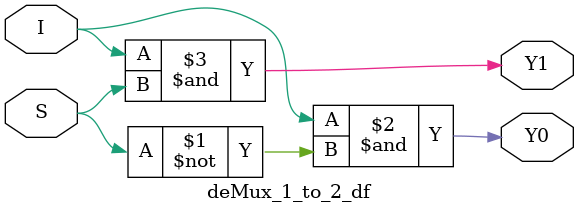
<source format=v>

module deMux_1_to_2_df(I, S, Y0, Y1);
input I; input S; output Y0, Y1;
assign Y0 = I&~S;
assign Y1 = I&S;
endmodule
</source>
